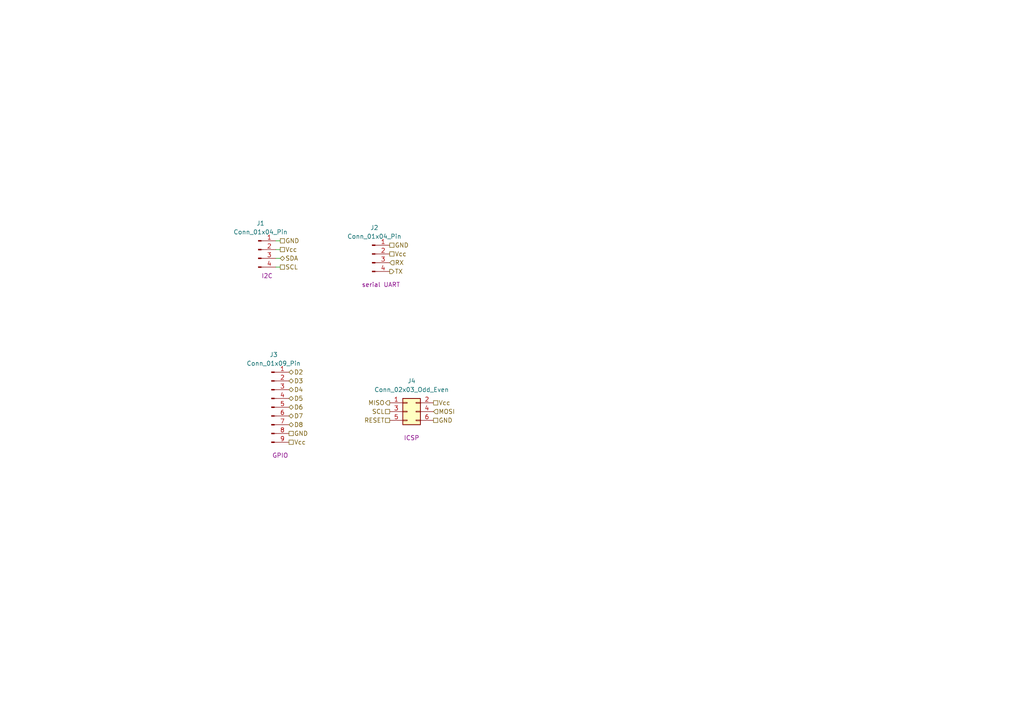
<source format=kicad_sch>
(kicad_sch (version 20231120) (generator "eeschema") (generator_version "8.0")
  (paper "A4")
  (lib_symbols
    (symbol "Connector:Conn_01x04_Pin" (pin_names (offset 1.016) hide)
      (property "Reference" "J" (at 0 5.08 0))
      (property "Value" "Conn_01x04_Pin" (at 0 -7.62 0))
      (symbol "Conn_01x04_Pin_1_1"
        (polyline (pts (xy 1.27 -5.08) (xy 0.8636 -5.08)) (stroke (width 0.1524)))
        (polyline (pts (xy 1.27 -2.54) (xy 0.8636 -2.54)) (stroke (width 0.1524)))
        (polyline (pts (xy 1.27 0) (xy 0.8636 0)) (stroke (width 0.1524)))
        (polyline (pts (xy 1.27 2.54) (xy 0.8636 2.54)) (stroke (width 0.1524)))
        (rectangle (start 0.8636 -4.953) (end 0 -5.207) (stroke (width 0.1524)) (fill (type outline)))
        (rectangle (start 0.8636 -2.413) (end 0 -2.667) (stroke (width 0.1524)) (fill (type outline)))
        (rectangle (start 0.8636 0.127) (end 0 -0.127) (stroke (width 0.1524)) (fill (type outline)))
        (rectangle (start 0.8636 2.667) (end 0 2.413) (stroke (width 0.1524)) (fill (type outline)))
        (pin passive line (at 5.08 2.54 180) (length 3.81) (name "Pin_1") (number "1"))
        (pin passive line (at 5.08 0 180) (length 3.81) (name "Pin_2") (number "2"))
        (pin passive line (at 5.08 -2.54 180) (length 3.81) (name "Pin_3") (number "3"))
        (pin passive line (at 5.08 -5.08 180) (length 3.81) (name "Pin_4") (number "4"))
      )
    )
    (symbol "Connector:Conn_01x09_Pin" (pin_names (offset 1.016) hide)
      (property "Reference" "J" (at 0 12.7 0))
      (property "Value" "Conn_01x09_Pin" (at 0 -12.7 0))
      (symbol "Conn_01x09_Pin_1_1"
        (polyline (pts (xy 1.27 -10.16) (xy 0.8636 -10.16)) (stroke (width 0.1524)))
        (polyline (pts (xy 1.27 -7.62) (xy 0.8636 -7.62)) (stroke (width 0.1524)))
        (polyline (pts (xy 1.27 -5.08) (xy 0.8636 -5.08)) (stroke (width 0.1524)))
        (polyline (pts (xy 1.27 -2.54) (xy 0.8636 -2.54)) (stroke (width 0.1524)))
        (polyline (pts (xy 1.27 0) (xy 0.8636 0)) (stroke (width 0.1524)))
        (polyline (pts (xy 1.27 2.54) (xy 0.8636 2.54)) (stroke (width 0.1524)))
        (polyline (pts (xy 1.27 5.08) (xy 0.8636 5.08)) (stroke (width 0.1524)))
        (polyline (pts (xy 1.27 7.62) (xy 0.8636 7.62)) (stroke (width 0.1524)))
        (polyline (pts (xy 1.27 10.16) (xy 0.8636 10.16)) (stroke (width 0.1524)))
        (rectangle (start 0.8636 -10.033) (end 0 -10.287) (stroke (width 0.1524)) (fill (type outline)))
        (rectangle (start 0.8636 -7.493) (end 0 -7.747) (stroke (width 0.1524)) (fill (type outline)))
        (rectangle (start 0.8636 -4.953) (end 0 -5.207) (stroke (width 0.1524)) (fill (type outline)))
        (rectangle (start 0.8636 -2.413) (end 0 -2.667) (stroke (width 0.1524)) (fill (type outline)))
        (rectangle (start 0.8636 0.127) (end 0 -0.127) (stroke (width 0.1524)) (fill (type outline)))
        (rectangle (start 0.8636 2.667) (end 0 2.413) (stroke (width 0.1524)) (fill (type outline)))
        (rectangle (start 0.8636 5.207) (end 0 4.953) (stroke (width 0.1524)) (fill (type outline)))
        (rectangle (start 0.8636 7.747) (end 0 7.493) (stroke (width 0.1524)) (fill (type outline)))
        (rectangle (start 0.8636 10.287) (end 0 10.033) (stroke (width 0.1524)) (fill (type outline)))
        (pin passive line (at 5.08 10.16 180) (length 3.81) (name "Pin_1") (number "1"))
        (pin passive line (at 5.08 7.62 180) (length 3.81) (name "Pin_2") (number "2"))
        (pin passive line (at 5.08 5.08 180) (length 3.81) (name "Pin_3") (number "3"))
        (pin passive line (at 5.08 2.54 180) (length 3.81) (name "Pin_4") (number "4"))
        (pin passive line (at 5.08 0 180) (length 3.81) (name "Pin_5") (number "5"))
        (pin passive line (at 5.08 -2.54 180) (length 3.81) (name "Pin_6") (number "6"))
        (pin passive line (at 5.08 -5.08 180) (length 3.81) (name "Pin_7") (number "7"))
        (pin passive line (at 5.08 -7.62 180) (length 3.81) (name "Pin_8") (number "8"))
        (pin passive line (at 5.08 -10.16 180) (length 3.81) (name "Pin_9") (number "9"))
      )
    )
    (symbol "Connector_Generic:Conn_02x03_Odd_Even" (pin_names (offset 1.016) hide)
      (property "Reference" "J" (at 1.27 5.08 0))
      (property "Value" "Conn_02x03_Odd_Even" (at 1.27 -5.08 0))
      (symbol "Conn_02x03_Odd_Even_1_1"
        (rectangle (start -1.27 -2.413) (end 0 -2.667) (stroke (width 0.1524)))
        (rectangle (start -1.27 0.127) (end 0 -0.127) (stroke (width 0.1524)))
        (rectangle (start -1.27 2.667) (end 0 2.413) (stroke (width 0.1524)))
        (rectangle (start -1.27 3.81) (end 3.81 -3.81) (stroke (width 0.254)) (fill (type background)))
        (rectangle (start 3.81 -2.413) (end 2.54 -2.667) (stroke (width 0.1524)))
        (rectangle (start 3.81 0.127) (end 2.54 -0.127) (stroke (width 0.1524)))
        (rectangle (start 3.81 2.667) (end 2.54 2.413) (stroke (width 0.1524)))
        (pin passive line (at -5.08 2.54 0) (length 3.81) (name "Pin_1") (number "1"))
        (pin passive line (at 7.62 2.54 180) (length 3.81) (name "Pin_2") (number "2"))
        (pin passive line (at -5.08 0 0) (length 3.81) (name "Pin_3") (number "3"))
        (pin passive line (at 7.62 0 180) (length 3.81) (name "Pin_4") (number "4"))
        (pin passive line (at -5.08 -2.54 0) (length 3.81) (name "Pin_5") (number "5"))
        (pin passive line (at 7.62 -2.54 180) (length 3.81) (name "Pin_6") (number "6"))
      )
    )
  )
  (wire (pts (xy 81.28 74.93) (xy 80.01 74.93)))
  (wire (pts (xy 81.28 72.39) (xy 80.01 72.39)))
  (wire (pts (xy 81.28 77.47) (xy 80.01 77.47)))
  (wire (pts (xy 81.28 69.85) (xy 80.01 69.85)))
  (hierarchical_label "D5" (shape bidirectional) (at 83.82 115.57 0))
  (hierarchical_label "GND" (shape passive) (at 83.82 125.73 0))
  (hierarchical_label "GND" (shape passive) (at 125.73 121.92 0))
  (hierarchical_label "D8" (shape bidirectional) (at 83.82 123.19 0))
  (hierarchical_label "D7" (shape bidirectional) (at 83.82 120.65 0))
  (hierarchical_label "Vcc" (shape passive) (at 83.82 128.27 0))
  (hierarchical_label "MISO" (shape output) (at 113.03 116.84 180))
  (hierarchical_label "GND" (shape passive) (at 113.03 71.12 0))
  (hierarchical_label "SCL" (shape passive) (at 81.28 77.47 0))
  (hierarchical_label "RESET" (shape passive) (at 113.03 121.92 180))
  (hierarchical_label "Vcc" (shape passive) (at 81.28 72.39 0))
  (hierarchical_label "Vcc" (shape passive) (at 113.03 73.66 0))
  (hierarchical_label "D6" (shape bidirectional) (at 83.82 118.11 0))
  (hierarchical_label "D4" (shape bidirectional) (at 83.82 113.03 0))
  (hierarchical_label "D2" (shape bidirectional) (at 83.82 107.95 0))
  (hierarchical_label "Vcc" (shape passive) (at 125.73 116.84 0))
  (hierarchical_label "RX" (shape input) (at 113.03 76.2 0))
  (hierarchical_label "GND" (shape passive) (at 81.28 69.85 0))
  (hierarchical_label "SCL" (shape passive) (at 113.03 119.38 180))
  (hierarchical_label "SDA" (shape bidirectional) (at 81.28 74.93 0))
  (hierarchical_label "D3" (shape bidirectional) (at 83.82 110.49 0))
  (hierarchical_label "TX" (shape output) (at 113.03 78.74 0))
  (hierarchical_label "MOSI" (shape input) (at 125.73 119.38 0))
  (symbol (lib_id "Connector:Conn_01x04_Pin") (at 107.95 73.66 0) (unit 1)
    (property "Reference" "J2" (at 108.585 66.04 0))
    (property "Value" "Conn_01x04_Pin" (at 108.585 68.58 0))
    (property "Footprint" "Connector_PinHeader_2.54mm:PinHeader_1x04_P2.54mm_Vertical" (effects (hide yes)))
    (property "Description" "serial UART" (at 110.49 82.55 0))
  )
  (symbol (lib_id "Connector:Conn_01x09_Pin") (at 78.74 118.11 0) (unit 1)
    (property "Reference" "J3" (at 79.375 102.87 0))
    (property "Value" "Conn_01x09_Pin" (at 79.375 105.41 0))
    (property "Footprint" "Connector_PinHeader_2.54mm:PinHeader_1x09_P2.54mm_Vertical" (effects (hide yes)))
    (property "Description" "GPIO" (at 81.28 132.08 0))
  )
  (symbol (lib_id "Connector_Generic:Conn_02x03_Odd_Even") (at 118.11 119.38 0) (unit 1)
    (property "Reference" "J4" (at 119.38 110.49 0))
    (property "Value" "Conn_02x03_Odd_Even" (at 119.38 113.03 0))
    (property "Footprint" "Connector_PinHeader_2.54mm:PinHeader_2x03_P2.54mm_Vertical" (effects (hide yes)))
    (property "Description" "ICSP" (at 119.38 127 0))
  )
  (symbol (lib_id "Connector:Conn_01x04_Pin") (at 74.93 72.39 0) (unit 1)
    (property "Reference" "J1" (at 75.565 64.77 0))
    (property "Value" "Conn_01x04_Pin" (at 75.565 67.31 0))
    (property "Footprint" "Connector_PinHeader_2.54mm:PinHeader_1x04_P2.54mm_Vertical" (effects (hide yes)))
    (property "Description" "I2C" (at 77.47 80.01 0))
  )
)
</source>
